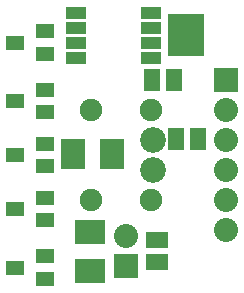
<source format=gbs>
G04 (created by PCBNEW-RS274X (2012-01-19 BZR 3256)-stable) date 07/11/2012 22:21:36*
G01*
G70*
G90*
%MOIN*%
G04 Gerber Fmt 3.4, Leading zero omitted, Abs format*
%FSLAX34Y34*%
G04 APERTURE LIST*
%ADD10C,0.006000*%
%ADD11C,0.075000*%
%ADD12R,0.100000X0.080000*%
%ADD13R,0.080000X0.100000*%
%ADD14R,0.075000X0.055000*%
%ADD15R,0.055000X0.075000*%
%ADD16R,0.080000X0.080000*%
%ADD17C,0.080000*%
%ADD18R,0.065000X0.040000*%
%ADD19R,0.120000X0.047600*%
%ADD20R,0.059400X0.047600*%
%ADD21C,0.086000*%
G04 APERTURE END LIST*
G54D10*
G54D11*
X12450Y-12450D03*
X10450Y-12450D03*
X12450Y-09450D03*
X10450Y-09450D03*
G54D12*
X10400Y-14800D03*
X10400Y-13500D03*
G54D13*
X11150Y-10900D03*
X09850Y-10900D03*
G54D14*
X12650Y-14525D03*
X12650Y-13775D03*
G54D15*
X13225Y-08450D03*
X12475Y-08450D03*
X13275Y-10400D03*
X14025Y-10400D03*
G54D16*
X11600Y-14650D03*
G54D17*
X11600Y-13650D03*
G54D18*
X09950Y-06200D03*
X09950Y-06700D03*
X09950Y-07200D03*
X09950Y-07700D03*
X12450Y-07700D03*
X12450Y-07200D03*
X12450Y-06700D03*
X12450Y-06200D03*
G54D16*
X14950Y-08450D03*
G54D17*
X14950Y-09450D03*
X14950Y-10450D03*
X14950Y-11450D03*
X14950Y-12450D03*
X14950Y-13450D03*
G54D19*
X13601Y-06476D03*
X13601Y-06949D03*
X13601Y-07421D03*
G54D20*
X07900Y-12750D03*
X08900Y-13125D03*
X08900Y-12375D03*
X07900Y-09150D03*
X08900Y-09525D03*
X08900Y-08775D03*
X07900Y-07200D03*
X08900Y-07575D03*
X08900Y-06825D03*
X07900Y-14700D03*
X08900Y-15075D03*
X08900Y-14325D03*
X07900Y-10950D03*
X08900Y-11325D03*
X08900Y-10575D03*
G54D21*
X12500Y-10450D03*
X12500Y-11450D03*
M02*

</source>
